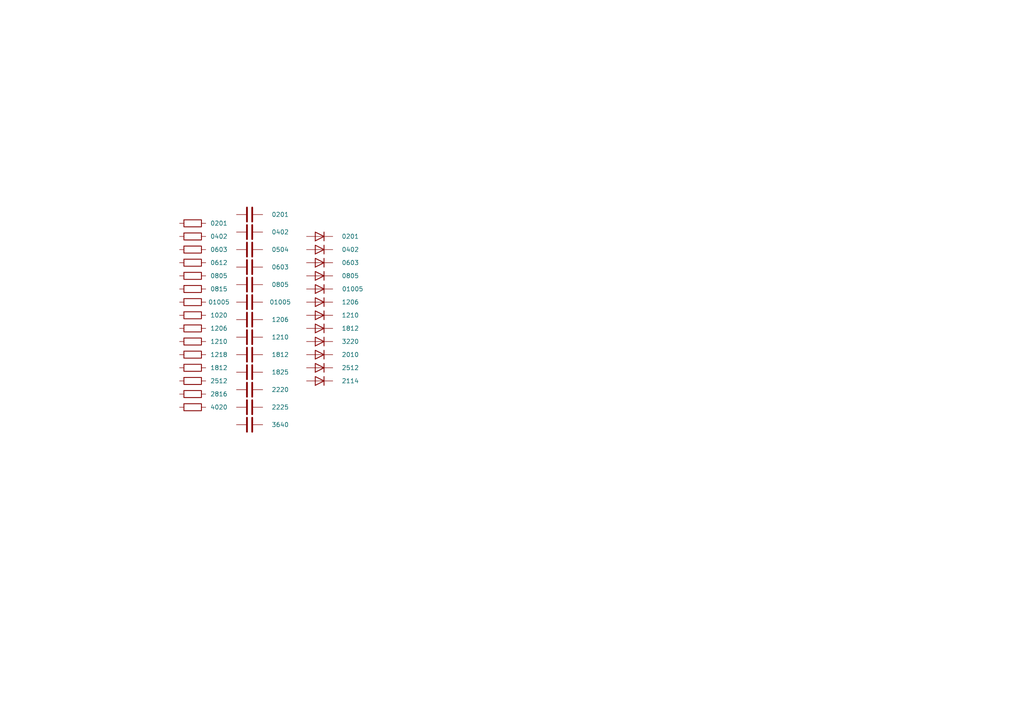
<source format=kicad_sch>
(kicad_sch (version 20230121) (generator eeschema)
  (paper "A4")
  (lib_symbols
    (symbol "Device:C" (pin_numbers hide) (pin_names (offset 0.254))
      (property "Reference" "C" (at 0.635 2.54 0))
      (property "Value" "C" (at 0.635 -2.54 0))
      (symbol "C_0_1"
        (polyline (pts (xy -2.032 -0.762) (xy 2.032 -0.762)) (stroke (width 0.508)))
        (polyline (pts (xy -2.032 0.762) (xy 2.032 0.762)) (stroke (width 0.508)))
      )
      (symbol "C_1_1"
        (pin passive line (at 0 3.81 270) (length 2.794) (name "~") (number "1"))
        (pin passive line (at 0 -3.81 90) (length 2.794) (name "~") (number "2"))
      )
    )
    (symbol "Device:D" (pin_numbers hide) (pin_names (offset 1.016) hide)
      (property "Reference" "D" (at 0 2.54 0))
      (property "Value" "D" (at 0 -2.54 0))
      (symbol "D_0_1"
        (polyline (pts (xy -1.27 1.27) (xy -1.27 -1.27)) (stroke (width 0.254)))
        (polyline (pts (xy 1.27 0) (xy -1.27 0)))
        (polyline (pts (xy 1.27 1.27) (xy 1.27 -1.27) (xy -1.27 0) (xy 1.27 1.27)) (stroke (width 0.254)))
      )
      (symbol "D_1_1"
        (pin passive line (at -3.81 0 0) (length 2.54) (name "K") (number "1"))
        (pin passive line (at 3.81 0 180) (length 2.54) (name "A") (number "2"))
      )
    )
    (symbol "Device:R" (pin_numbers hide) (pin_names (offset 0))
      (property "Reference" "R" (at 2.032 0 90))
      (property "Value" "R" (at 0 0 90))
      (symbol "R_0_1"
        (rectangle (start -1.016 -2.54) (end 1.016 2.54) (stroke (width 0.254)))
      )
      (symbol "R_1_1"
        (pin passive line (at 0 3.81 270) (length 1.27) (name "~") (number "1"))
        (pin passive line (at 0 -3.81 90) (length 1.27) (name "~") (number "2"))
      )
    )
  )
  (symbol (lib_id "Device:R") (at 55.88 80.01 90) (unit 1)
    (property "Reference" "R5" (effects hide))
    (property "Value" "0805" (at 63.5 80.01 90))
    (property "Footprint" "Resistor_SMD:R_0805_2012Metric_Pad1.20x1.40mm_HandSolder" (effects hide))
  )
  (symbol (lib_id "Device:D") (at 92.71 99.06 180) (unit 1)
    (property "Reference" "D12" (effects hide))
    (property "Value" "3220" (at 104.14 99.06 0) (effects (justify left)))
    (property "Footprint" "Diode_SMD:D_3220_8050Metric_Pad2.65x5.15mm_HandSolder" (effects hide))
    (property "Sim.Device" "D" (effects hide))
    (property "Sim.Pins" "1=K 2=A" (effects hide))
  )
  (symbol (lib_id "Device:D") (at 92.71 106.68 180) (unit 1)
    (property "Reference" "D11" (effects hide))
    (property "Value" "2512" (at 104.14 106.68 0) (effects (justify left)))
    (property "Footprint" "Diode_SMD:D_2512_6332Metric_Pad1.52x3.35mm_HandSolder" (effects hide))
    (property "Sim.Device" "D" (effects hide))
    (property "Sim.Pins" "1=K 2=A" (effects hide))
  )
  (symbol (lib_id "Device:R") (at 55.88 64.77 90) (unit 1)
    (property "Reference" "R1" (effects hide))
    (property "Value" "0201" (at 63.5 64.77 90))
    (property "Footprint" "Resistor_SMD:R_0201_0603Metric" (effects hide))
  )
  (symbol (lib_id "Device:C") (at 72.39 97.79 90) (unit 1)
    (property "Reference" "C8" (effects hide))
    (property "Value" "1210" (at 81.28 97.79 90))
    (property "Footprint" "Capacitor_SMD:C_1210_3225Metric_Pad1.33x2.70mm_HandSolder" (effects hide))
  )
  (symbol (lib_id "Device:R") (at 55.88 95.25 90) (unit 1)
    (property "Reference" "R9" (effects hide))
    (property "Value" "1206" (at 63.5 95.25 90))
    (property "Footprint" "Resistor_SMD:R_1206_3216Metric_Pad1.30x1.75mm_HandSolder" (effects hide))
  )
  (symbol (lib_id "Device:D") (at 92.71 110.49 180) (unit 1)
    (property "Reference" "D10" (effects hide))
    (property "Value" "2114" (at 104.14 110.49 0) (effects (justify left)))
    (property "Footprint" "Diode_SMD:D_2114_3652Metric_Pad1.85x3.75mm_HandSolder" (effects hide))
    (property "Sim.Device" "D" (effects hide))
    (property "Sim.Pins" "1=K 2=A" (effects hide))
  )
  (symbol (lib_id "Device:C") (at 72.39 87.63 90) (unit 1)
    (property "Reference" "C6" (effects hide))
    (property "Value" "01005" (at 81.28 87.63 90))
    (property "Footprint" "Capacitor_SMD:C_01005_0402Metric_Pad0.57x0.30mm_HandSolder" (effects hide))
  )
  (symbol (lib_id "Device:R") (at 55.88 91.44 90) (unit 1)
    (property "Reference" "R8" (effects hide))
    (property "Value" "1020" (at 63.5 91.44 90))
    (property "Footprint" "Resistor_SMD:R_1020_2550Metric_Pad1.33x5.20mm_HandSolder" (effects hide))
  )
  (symbol (lib_id "Device:D") (at 92.71 91.44 180) (unit 1)
    (property "Reference" "D7" (effects hide))
    (property "Value" "1210" (at 104.14 91.44 0) (effects (justify left)))
    (property "Footprint" "Diode_SMD:D_1210_3225Metric_Pad1.42x2.65mm_HandSolder" (effects hide))
    (property "Sim.Device" "D" (effects hide))
    (property "Sim.Pins" "1=K 2=A" (effects hide))
  )
  (symbol (lib_id "Device:C") (at 72.39 107.95 90) (unit 1)
    (property "Reference" "C10" (effects hide))
    (property "Value" "1825" (at 81.28 107.95 90))
    (property "Footprint" "Capacitor_SMD:C_1825_4564Metric_Pad1.57x6.80mm_HandSolder" (effects hide))
  )
  (symbol (lib_id "Device:D") (at 92.71 76.2 180) (unit 1)
    (property "Reference" "D3" (effects hide))
    (property "Value" "0603" (at 104.14 76.2 0) (effects (justify left)))
    (property "Footprint" "Diode_SMD:D_0603_1608Metric_Pad1.05x0.95mm_HandSolder" (effects hide))
    (property "Sim.Device" "D" (effects hide))
    (property "Sim.Pins" "1=K 2=A" (effects hide))
  )
  (symbol (lib_id "Device:R") (at 55.88 76.2 90) (unit 1)
    (property "Reference" "R4" (effects hide))
    (property "Value" "0612" (at 63.5 76.2 90))
    (property "Footprint" "Resistor_SMD:R_0612_1632Metric_Pad1.18x3.40mm_HandSolder" (effects hide))
  )
  (symbol (lib_id "Device:C") (at 72.39 72.39 90) (unit 1)
    (property "Reference" "C3" (effects hide))
    (property "Value" "0504" (at 81.28 72.39 90))
    (property "Footprint" "Capacitor_SMD:C_0504_1310Metric_Pad0.83x1.28mm_HandSolder" (effects hide))
  )
  (symbol (lib_id "Device:R") (at 55.88 118.11 90) (unit 1)
    (property "Reference" "R15" (effects hide))
    (property "Value" "4020" (at 63.5 118.11 90))
    (property "Footprint" "Resistor_SMD:R_4020_10251Metric_Pad1.65x5.30mm_HandSolder" (effects hide))
  )
  (symbol (lib_id "Device:C") (at 72.39 77.47 90) (unit 1)
    (property "Reference" "C4" (effects hide))
    (property "Value" "0603" (at 81.28 77.47 90))
    (property "Footprint" "Capacitor_SMD:C_0603_1608Metric_Pad1.08x0.95mm_HandSolder" (effects hide))
  )
  (symbol (lib_id "Device:R") (at 55.88 114.3 90) (unit 1)
    (property "Reference" "R14" (effects hide))
    (property "Value" "2816" (at 63.5 114.3 90))
    (property "Footprint" "Resistor_SMD:R_2816_7142Metric_Pad3.20x4.45mm_HandSolder" (effects hide))
  )
  (symbol (lib_id "Device:C") (at 72.39 123.19 90) (unit 1)
    (property "Reference" "C13" (effects hide))
    (property "Value" "3640" (at 81.28 123.19 90))
    (property "Footprint" "Capacitor_SMD:C_3640_9110Metric_Pad2.10x10.45mm_HandSolder" (effects hide))
  )
  (symbol (lib_id "Device:D") (at 92.71 68.58 180) (unit 1)
    (property "Reference" "D1" (effects hide))
    (property "Value" "0201" (at 101.6 68.58 0))
    (property "Footprint" "Diode_SMD:D_0201_0603Metric_Pad0.64x0.40mm_HandSolder" (effects hide))
    (property "Sim.Device" "D" (effects hide))
    (property "Sim.Pins" "1=K 2=A" (effects hide))
  )
  (symbol (lib_id "Device:R") (at 55.88 87.63 90) (unit 1)
    (property "Reference" "R7" (effects hide))
    (property "Value" "01005" (at 63.5 87.63 90))
    (property "Footprint" "Resistor_SMD:R_01005_0402Metric_Pad0.57x0.30mm_HandSolder" (effects hide))
  )
  (symbol (lib_id "Device:C") (at 72.39 113.03 90) (unit 1)
    (property "Reference" "C11" (effects hide))
    (property "Value" "2220" (at 81.28 113.03 90))
    (property "Footprint" "Capacitor_SMD:C_2220_5750Metric_Pad1.97x5.40mm_HandSolder" (effects hide))
  )
  (symbol (lib_id "Device:R") (at 55.88 68.58 90) (unit 1)
    (property "Reference" "R2" (effects hide))
    (property "Value" "0402" (at 63.5 68.58 90))
    (property "Footprint" "Resistor_SMD:R_0402_1005Metric_Pad0.72x0.64mm_HandSolder" (effects hide))
  )
  (symbol (lib_id "Device:R") (at 55.88 110.49 90) (unit 1)
    (property "Reference" "R13" (effects hide))
    (property "Value" "2512" (at 63.5 110.49 90))
    (property "Footprint" "Resistor_SMD:R_2512_6332Metric_Pad1.40x3.35mm_HandSolder" (effects hide))
  )
  (symbol (lib_id "Device:R") (at 55.88 99.06 90) (unit 1)
    (property "Reference" "R10" (effects hide))
    (property "Value" "1210" (at 63.5 99.06 90))
    (property "Footprint" "Resistor_SMD:R_1210_3225Metric_Pad1.30x2.65mm_HandSolder" (effects hide))
  )
  (symbol (lib_id "Device:D") (at 92.71 87.63 180) (unit 1)
    (property "Reference" "D6" (effects hide))
    (property "Value" "1206" (at 104.14 87.63 0) (effects (justify left)))
    (property "Footprint" "Diode_SMD:D_1206_3216Metric_Pad1.42x1.75mm_HandSolder" (effects hide))
    (property "Sim.Device" "D" (effects hide))
    (property "Sim.Pins" "1=K 2=A" (effects hide))
  )
  (symbol (lib_id "Device:D") (at 92.71 102.87 180) (unit 1)
    (property "Reference" "D9" (effects hide))
    (property "Value" "2010" (at 104.14 102.87 0) (effects (justify left)))
    (property "Footprint" "Diode_SMD:D_2010_5025Metric_Pad1.52x2.65mm_HandSolder" (effects hide))
    (property "Sim.Device" "D" (effects hide))
    (property "Sim.Pins" "1=K 2=A" (effects hide))
  )
  (symbol (lib_id "Device:R") (at 55.88 102.87 90) (unit 1)
    (property "Reference" "R11" (effects hide))
    (property "Value" "1218" (at 63.5 102.87 90))
    (property "Footprint" "Resistor_SMD:R_1218_3246Metric_Pad1.22x4.75mm_HandSolder" (effects hide))
  )
  (symbol (lib_id "Device:C") (at 72.39 67.31 90) (unit 1)
    (property "Reference" "C2" (effects hide))
    (property "Value" "0402" (at 81.28 67.31 90))
    (property "Footprint" "Capacitor_SMD:C_0402_1005Metric_Pad0.74x0.62mm_HandSolder" (effects hide))
  )
  (symbol (lib_id "Device:R") (at 55.88 106.68 90) (unit 1)
    (property "Reference" "R12" (effects hide))
    (property "Value" "1812" (at 63.5 106.68 90))
    (property "Footprint" "Resistor_SMD:R_1812_4532Metric_Pad1.30x3.40mm_HandSolder" (effects hide))
  )
  (symbol (lib_id "Device:D") (at 92.71 72.39 180) (unit 1)
    (property "Reference" "D2" (effects hide))
    (property "Value" "0402" (at 104.14 72.39 0) (effects (justify left)))
    (property "Footprint" "Diode_SMD:D_0402_1005Metric_Pad0.77x0.64mm_HandSolder" (effects hide))
    (property "Sim.Device" "D" (effects hide))
    (property "Sim.Pins" "1=K 2=A" (effects hide))
  )
  (symbol (lib_id "Device:D") (at 92.71 80.01 180) (unit 1)
    (property "Reference" "D4" (effects hide))
    (property "Value" "0805" (at 104.14 80.01 0) (effects (justify left)))
    (property "Footprint" "Diode_SMD:D_0805_2012Metric_Pad1.15x1.40mm_HandSolder" (effects hide))
    (property "Sim.Device" "D" (effects hide))
    (property "Sim.Pins" "1=K 2=A" (effects hide))
  )
  (symbol (lib_id "Device:D") (at 92.71 83.82 180) (unit 1)
    (property "Reference" "D5" (effects hide))
    (property "Value" "01005" (at 105.41 83.82 0) (effects (justify left)))
    (property "Footprint" "Diode_SMD:D_01005_0402Metric_Pad0.57x0.30mm_HandSolder" (effects hide))
    (property "Sim.Device" "D" (effects hide))
    (property "Sim.Pins" "1=K 2=A" (effects hide))
  )
  (symbol (lib_id "Device:D") (at 92.71 95.25 180) (unit 1)
    (property "Reference" "D8" (effects hide))
    (property "Value" "1812" (at 104.14 95.25 0) (effects (justify left)))
    (property "Footprint" "Diode_SMD:D_1812_4532Metric_Pad1.30x3.40mm_HandSolder" (effects hide))
    (property "Sim.Device" "D" (effects hide))
    (property "Sim.Pins" "1=K 2=A" (effects hide))
  )
  (symbol (lib_id "Device:C") (at 72.39 82.55 90) (unit 1)
    (property "Reference" "C5" (effects hide))
    (property "Value" "0805" (at 81.28 82.55 90))
    (property "Footprint" "Capacitor_SMD:C_0805_2012Metric_Pad1.18x1.45mm_HandSolder" (effects hide))
  )
  (symbol (lib_id "Device:C") (at 72.39 102.87 90) (unit 1)
    (property "Reference" "C9" (effects hide))
    (property "Value" "1812" (at 81.28 102.87 90))
    (property "Footprint" "Capacitor_SMD:C_1812_4532Metric_Pad1.57x3.40mm_HandSolder" (effects hide))
  )
  (symbol (lib_id "Device:C") (at 72.39 62.23 90) (unit 1)
    (property "Reference" "C1" (effects hide))
    (property "Value" "0201" (at 81.28 62.23 90))
    (property "Footprint" "Capacitor_SMD:C_0201_0603Metric_Pad0.64x0.40mm_HandSolder" (effects hide))
  )
  (symbol (lib_id "Device:C") (at 72.39 92.71 90) (unit 1)
    (property "Reference" "C7" (effects hide))
    (property "Value" "1206" (at 81.28 92.71 90))
    (property "Footprint" "Capacitor_SMD:C_1206_3216Metric_Pad1.33x1.80mm_HandSolder" (effects hide))
  )
  (symbol (lib_id "Device:R") (at 55.88 72.39 90) (unit 1)
    (property "Reference" "R3" (effects hide))
    (property "Value" "0603" (at 63.5 72.39 90))
    (property "Footprint" "Resistor_SMD:R_0603_1608Metric_Pad0.98x0.95mm_HandSolder" (effects hide))
  )
  (symbol (lib_id "Device:C") (at 72.39 118.11 90) (unit 1)
    (property "Reference" "C12" (effects hide))
    (property "Value" "2225" (at 81.28 118.11 90))
    (property "Footprint" "Capacitor_SMD:C_2225_5664Metric_Pad1.80x6.60mm_HandSolder" (effects hide))
  )
  (symbol (lib_id "Device:R") (at 55.88 83.82 90) (unit 1)
    (property "Reference" "R6" (effects hide))
    (property "Value" "0815" (at 63.5 83.82 90))
    (property "Footprint" "Resistor_SMD:R_0815_2038Metric_Pad1.20x4.05mm_HandSolder" (effects hide))
  )
)
</source>
